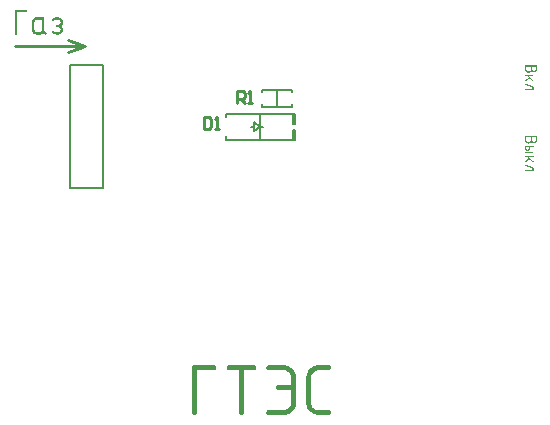
<source format=gto>
G04 Layer_Color=65535*
%FSLAX44Y44*%
%MOMM*%
G71*
G01*
G75*
%ADD20C,0.2540*%
%ADD21C,0.1500*%
%ADD22C,0.2000*%
G36*
X484163Y241980D02*
X484261Y241942D01*
X484339Y241883D01*
X484436Y241785D01*
X484495Y241668D01*
X484514Y241493D01*
Y238859D01*
Y238840D01*
Y238801D01*
Y238742D01*
X484495Y238664D01*
X484475Y238469D01*
X484417Y238216D01*
X484339Y237903D01*
X484202Y237591D01*
X484007Y237279D01*
X483754Y236987D01*
X483715Y236948D01*
X483617Y236870D01*
X483461Y236753D01*
X483227Y236597D01*
X482954Y236460D01*
X482642Y236343D01*
X482291Y236265D01*
X481881Y236226D01*
X481764D01*
X481666Y236245D01*
X481432Y236284D01*
X481159Y236343D01*
X480827Y236460D01*
X480476Y236635D01*
X480320Y236753D01*
X480145Y236870D01*
X479989Y237026D01*
X479833Y237201D01*
X479813Y237182D01*
X479794Y237143D01*
X479735Y237065D01*
X479657Y236967D01*
X479579Y236850D01*
X479462Y236733D01*
X479325Y236597D01*
X479169Y236440D01*
X478974Y236304D01*
X478779Y236167D01*
X478565Y236050D01*
X478311Y235933D01*
X478058Y235836D01*
X477765Y235758D01*
X477472Y235719D01*
X477141Y235699D01*
X477024D01*
X476926Y235719D01*
X476809D01*
X476673Y235738D01*
X476380Y235816D01*
X476029Y235933D01*
X475658Y236089D01*
X475268Y236323D01*
X475092Y236479D01*
X474917Y236635D01*
Y236655D01*
X474878Y236674D01*
X474839Y236733D01*
X474780Y236792D01*
X474624Y236987D01*
X474468Y237260D01*
X474293Y237572D01*
X474137Y237962D01*
X474039Y238391D01*
X474020Y238625D01*
X474000Y238859D01*
Y241493D01*
Y241512D01*
Y241571D01*
X474020Y241649D01*
X474058Y241746D01*
X474117Y241844D01*
X474215Y241922D01*
X474332Y241980D01*
X474507Y242000D01*
X484066D01*
X484163Y241980D01*
D02*
G37*
G36*
X79400Y342640D02*
X79791Y342562D01*
X80259Y342406D01*
X80766Y342211D01*
X81274Y341898D01*
X81742Y341469D01*
X81782Y341430D01*
X81938Y341235D01*
X82133Y341000D01*
X82367Y340649D01*
X82601Y340219D01*
X82797Y339712D01*
X82953Y339126D01*
X82992Y338502D01*
Y338463D01*
Y338385D01*
Y338307D01*
X82953Y338150D01*
X82914Y337721D01*
X82797Y337252D01*
X82640Y336745D01*
X82367Y336198D01*
X82016Y335730D01*
X81547Y335340D01*
X81625Y335300D01*
X81782Y335144D01*
X82016Y334910D01*
X82289Y334598D01*
X82523Y334168D01*
X82758Y333622D01*
X82914Y332958D01*
X82992Y332177D01*
Y332099D01*
Y331904D01*
X82914Y331553D01*
X82836Y331162D01*
X82680Y330694D01*
X82484Y330186D01*
X82172Y329679D01*
X81742Y329210D01*
X81704Y329171D01*
X81508Y329015D01*
X81274Y328820D01*
X80923Y328625D01*
X80493Y328390D01*
X79986Y328195D01*
X79400Y328039D01*
X78776Y328000D01*
X77526D01*
X77292Y328039D01*
X77019Y328078D01*
X76628Y328117D01*
X76199Y328234D01*
X75730Y328351D01*
X75223Y328507D01*
X75145Y328547D01*
X74950Y328625D01*
X74676Y328781D01*
X74403Y328937D01*
X74091Y329171D01*
X73817Y329445D01*
X73622Y329718D01*
X73583Y329874D01*
X73544Y330030D01*
Y330108D01*
X73583Y330264D01*
X73661Y330499D01*
X73778Y330772D01*
X73817Y330850D01*
X73934Y330967D01*
X74091Y331084D01*
X74325Y331162D01*
X74364D01*
X74403Y331123D01*
X74520Y331084D01*
X74676Y331045D01*
X74872Y330928D01*
X75184Y330811D01*
X75613Y330616D01*
X75652Y330577D01*
X75809Y330538D01*
X76043Y330460D01*
X76355Y330381D01*
X76667Y330264D01*
X77019Y330186D01*
X77370Y330147D01*
X77721Y330108D01*
X78932D01*
X79088Y330147D01*
X79283Y330186D01*
X79517Y330264D01*
X79752Y330342D01*
X80025Y330499D01*
X80259Y330694D01*
X80298Y330733D01*
X80376Y330811D01*
X80454Y330928D01*
X80571Y331123D01*
X80688Y331318D01*
X80806Y331592D01*
X80845Y331865D01*
X80884Y332177D01*
Y332216D01*
Y332333D01*
X80845Y332529D01*
X80806Y332724D01*
X80728Y332997D01*
X80649Y333231D01*
X80493Y333505D01*
X80298Y333739D01*
X80259Y333778D01*
X80220Y333817D01*
X80103Y333895D01*
X79986Y333973D01*
X79556Y334168D01*
X79049Y334285D01*
X77643D01*
X77448Y334324D01*
X77175Y334442D01*
X76941Y334598D01*
X76902Y334637D01*
X76824Y334793D01*
X76706Y335027D01*
X76667Y335340D01*
Y335378D01*
Y335418D01*
X76706Y335613D01*
X76785Y335847D01*
X76941Y336081D01*
X77019Y336120D01*
X77175Y336237D01*
X77526Y336354D01*
X77721Y336394D01*
X78815D01*
X79010Y336433D01*
X79244Y336472D01*
X79517Y336550D01*
X79791Y336628D01*
X80064Y336784D01*
X80298Y336979D01*
X80337Y337018D01*
X80376Y337096D01*
X80493Y337213D01*
X80610Y337409D01*
X80688Y337643D01*
X80806Y337877D01*
X80845Y338189D01*
X80884Y338502D01*
Y338541D01*
Y338658D01*
X80845Y338814D01*
X80806Y339009D01*
X80728Y339244D01*
X80610Y339478D01*
X80454Y339751D01*
X80259Y339985D01*
X80220Y340024D01*
X80142Y340102D01*
X80025Y340180D01*
X79869Y340298D01*
X79634Y340415D01*
X79400Y340532D01*
X79088Y340571D01*
X78776Y340610D01*
X77565D01*
X77370Y340571D01*
X77136Y340532D01*
X76824Y340493D01*
X76472Y340376D01*
X76043Y340258D01*
X75574Y340063D01*
X75535Y340024D01*
X75379Y339985D01*
X75184Y339907D01*
X74950Y339790D01*
X74715Y339673D01*
X74520Y339595D01*
X74364Y339556D01*
X74325Y339517D01*
X74286D01*
X74130Y339556D01*
X73974Y339673D01*
X73778Y339907D01*
X73739Y339985D01*
X73661Y340141D01*
X73583Y340376D01*
X73544Y340649D01*
Y340688D01*
X73583Y340805D01*
X73622Y340961D01*
X73778Y341156D01*
X73974Y341391D01*
X74286Y341625D01*
X74715Y341898D01*
X74950Y342015D01*
X75262Y342132D01*
X75340Y342172D01*
X75496Y342211D01*
X75769Y342328D01*
X76082Y342445D01*
X76472Y342523D01*
X76902Y342640D01*
X77331Y342679D01*
X77721Y342718D01*
X79088D01*
X79400Y342640D01*
D02*
G37*
G36*
X474683Y286219D02*
X480925Y284151D01*
X480945D01*
X480984Y284112D01*
X481062Y284073D01*
X481140Y284034D01*
X481218Y283956D01*
X481296Y283858D01*
X481335Y283761D01*
X481354Y283624D01*
Y281517D01*
Y281498D01*
Y281439D01*
X481335Y281342D01*
X481296Y281244D01*
X481218Y281166D01*
X481140Y281069D01*
X481003Y281010D01*
X480827Y280991D01*
X474429D01*
X474351Y281010D01*
X474254Y281049D01*
X474156Y281127D01*
X474078Y281205D01*
X474020Y281342D01*
X474000Y281517D01*
Y281537D01*
Y281595D01*
X474020Y281693D01*
X474058Y281771D01*
X474117Y281869D01*
X474215Y281966D01*
X474332Y282025D01*
X474507Y282044D01*
X480301D01*
Y283254D01*
X474351Y285224D01*
X474332D01*
X474293Y285243D01*
X474176Y285321D01*
X474117Y285399D01*
X474058Y285477D01*
X474020Y285575D01*
X474000Y285711D01*
Y285731D01*
Y285790D01*
X474020Y285887D01*
X474058Y285965D01*
X474137Y286063D01*
X474215Y286160D01*
X474351Y286219D01*
X474527Y286238D01*
X474585D01*
X474683Y286219D01*
D02*
G37*
G36*
Y217811D02*
X480925Y215743D01*
X480945D01*
X480984Y215704D01*
X481062Y215665D01*
X481140Y215626D01*
X481218Y215548D01*
X481296Y215451D01*
X481335Y215353D01*
X481354Y215217D01*
Y213110D01*
Y213090D01*
Y213032D01*
X481335Y212934D01*
X481296Y212837D01*
X481218Y212759D01*
X481140Y212661D01*
X481003Y212603D01*
X480827Y212583D01*
X474429D01*
X474351Y212603D01*
X474254Y212642D01*
X474156Y212720D01*
X474078Y212798D01*
X474020Y212934D01*
X474000Y213110D01*
Y213129D01*
Y213188D01*
X474020Y213285D01*
X474058Y213363D01*
X474117Y213461D01*
X474215Y213559D01*
X474332Y213617D01*
X474507Y213636D01*
X480301D01*
Y214846D01*
X474351Y216816D01*
X474332D01*
X474293Y216836D01*
X474176Y216914D01*
X474117Y216992D01*
X474058Y217070D01*
X474020Y217167D01*
X474000Y217304D01*
Y217323D01*
Y217382D01*
X474020Y217479D01*
X474058Y217558D01*
X474137Y217655D01*
X474215Y217752D01*
X474351Y217811D01*
X474527Y217831D01*
X474585D01*
X474683Y217811D01*
D02*
G37*
G36*
X481003Y225165D02*
X481101Y225126D01*
X481179Y225048D01*
X481276Y224970D01*
X481335Y224834D01*
X481354Y224658D01*
Y224639D01*
Y224580D01*
X481335Y224482D01*
X481296Y224385D01*
X481218Y224307D01*
X481140Y224209D01*
X481003Y224151D01*
X480827Y224131D01*
X477901D01*
X481198Y220835D01*
X481218Y220815D01*
X481276Y220737D01*
X481335Y220620D01*
X481354Y220464D01*
Y220445D01*
Y220386D01*
X481335Y220289D01*
X481296Y220191D01*
X481218Y220113D01*
X481140Y220015D01*
X481003Y219957D01*
X480827Y219937D01*
X480788D01*
X480710Y219957D01*
X480574Y219996D01*
X480457Y220093D01*
X478135Y222395D01*
X474819Y220035D01*
X474800Y220015D01*
X474722Y219976D01*
X474624Y219957D01*
X474507Y219937D01*
X474429D01*
X474351Y219957D01*
X474254Y219996D01*
X474156Y220074D01*
X474078Y220152D01*
X474020Y220289D01*
X474000Y220464D01*
Y220484D01*
Y220503D01*
X474020Y220620D01*
X474098Y220757D01*
X474137Y220835D01*
X474215Y220893D01*
X477375Y223156D01*
X476399Y224131D01*
X474429D01*
X474351Y224151D01*
X474254Y224190D01*
X474156Y224268D01*
X474078Y224346D01*
X474020Y224482D01*
X474000Y224658D01*
Y224678D01*
Y224736D01*
X474020Y224834D01*
X474058Y224912D01*
X474117Y225009D01*
X474215Y225107D01*
X474332Y225165D01*
X474507Y225185D01*
X480905D01*
X481003Y225165D01*
D02*
G37*
G36*
Y228326D02*
X481101Y228286D01*
X481179Y228208D01*
X481276Y228130D01*
X481335Y227994D01*
X481354Y227818D01*
Y227799D01*
Y227740D01*
X481335Y227643D01*
X481296Y227545D01*
X481218Y227467D01*
X481140Y227370D01*
X481003Y227311D01*
X480827Y227292D01*
X474429D01*
X474351Y227311D01*
X474254Y227350D01*
X474156Y227428D01*
X474078Y227506D01*
X474020Y227643D01*
X474000Y227818D01*
Y227838D01*
Y227896D01*
X474020Y227994D01*
X474058Y228072D01*
X474117Y228169D01*
X474215Y228267D01*
X474332Y228326D01*
X474507Y228345D01*
X480905D01*
X481003Y228326D01*
D02*
G37*
G36*
Y233573D02*
X481101Y233534D01*
X481179Y233456D01*
X481276Y233378D01*
X481335Y233241D01*
X481354Y233066D01*
Y233046D01*
Y232988D01*
X481335Y232890D01*
X481296Y232793D01*
X481218Y232715D01*
X481140Y232617D01*
X481003Y232558D01*
X480827Y232539D01*
X478214D01*
Y231486D01*
Y231466D01*
Y231447D01*
Y231330D01*
X478175Y231173D01*
X478135Y230978D01*
X478058Y230744D01*
X477960Y230491D01*
X477804Y230237D01*
X477589Y230003D01*
X477570Y229984D01*
X477472Y229905D01*
X477355Y229808D01*
X477180Y229691D01*
X476965Y229574D01*
X476712Y229476D01*
X476419Y229398D01*
X476107Y229379D01*
X475951D01*
X475795Y229418D01*
X475580Y229457D01*
X475346Y229535D01*
X475092Y229632D01*
X474839Y229788D01*
X474605Y230003D01*
X474585Y230023D01*
X474507Y230120D01*
X474410Y230237D01*
X474312Y230413D01*
X474195Y230627D01*
X474098Y230881D01*
X474020Y231173D01*
X474000Y231486D01*
Y233066D01*
Y233085D01*
Y233144D01*
X474020Y233241D01*
X474058Y233319D01*
X474117Y233417D01*
X474215Y233514D01*
X474332Y233573D01*
X474507Y233592D01*
X480905D01*
X481003Y233573D01*
D02*
G37*
G36*
Y293573D02*
X481101Y293534D01*
X481179Y293456D01*
X481276Y293378D01*
X481335Y293241D01*
X481354Y293066D01*
Y293046D01*
Y292988D01*
X481335Y292890D01*
X481296Y292793D01*
X481218Y292715D01*
X481140Y292617D01*
X481003Y292558D01*
X480827Y292539D01*
X477901D01*
X481198Y289242D01*
X481218Y289223D01*
X481276Y289145D01*
X481335Y289028D01*
X481354Y288872D01*
Y288852D01*
Y288794D01*
X481335Y288696D01*
X481296Y288599D01*
X481218Y288521D01*
X481140Y288423D01*
X481003Y288365D01*
X480827Y288345D01*
X480788D01*
X480710Y288365D01*
X480574Y288403D01*
X480457Y288501D01*
X478135Y290803D01*
X474819Y288442D01*
X474800Y288423D01*
X474722Y288384D01*
X474624Y288365D01*
X474507Y288345D01*
X474429D01*
X474351Y288365D01*
X474254Y288403D01*
X474156Y288482D01*
X474078Y288559D01*
X474020Y288696D01*
X474000Y288872D01*
Y288891D01*
Y288911D01*
X474020Y289028D01*
X474098Y289164D01*
X474137Y289242D01*
X474215Y289301D01*
X477375Y291564D01*
X476399Y292539D01*
X474429D01*
X474351Y292558D01*
X474254Y292598D01*
X474156Y292676D01*
X474078Y292754D01*
X474020Y292890D01*
X474000Y293066D01*
Y293085D01*
Y293144D01*
X474020Y293241D01*
X474058Y293319D01*
X474117Y293417D01*
X474215Y293514D01*
X474332Y293573D01*
X474507Y293592D01*
X480905D01*
X481003Y293573D01*
D02*
G37*
G36*
X245346Y48021D02*
X245736Y47864D01*
X246049Y47552D01*
X246439Y47239D01*
X246674Y46693D01*
X246752Y45990D01*
Y45912D01*
Y45677D01*
X246674Y45287D01*
X246517Y44974D01*
X246205Y44584D01*
X245892Y44193D01*
X245346Y43959D01*
X244643Y43881D01*
X236207D01*
Y8031D01*
Y7953D01*
Y7718D01*
X236129Y7406D01*
X235973Y7015D01*
X235661Y6625D01*
X235348Y6312D01*
X234802Y6078D01*
X234099Y6000D01*
X233786D01*
X233396Y6078D01*
X233083Y6234D01*
X232693Y6469D01*
X232302Y6859D01*
X232068Y7328D01*
X231990Y8031D01*
Y43881D01*
X223242D01*
X222852Y43959D01*
X222539Y44115D01*
X222148Y44428D01*
X221758Y44740D01*
X221524Y45287D01*
X221446Y45990D01*
Y46068D01*
Y46302D01*
X221524Y46693D01*
X221680Y47083D01*
X221992Y47396D01*
X222305Y47786D01*
X222852Y48021D01*
X223554Y48099D01*
X244955D01*
X245346Y48021D01*
D02*
G37*
G36*
X211604D02*
X211995Y47864D01*
X212307Y47552D01*
X212698Y47239D01*
X212932Y46693D01*
X213010Y45990D01*
Y45912D01*
Y45677D01*
X212932Y45287D01*
X212776Y44974D01*
X212463Y44584D01*
X212151Y44193D01*
X211604Y43959D01*
X210901Y43881D01*
X196218D01*
Y8031D01*
Y7953D01*
Y7718D01*
X196140Y7406D01*
X195983Y7015D01*
X195671Y6625D01*
X195359Y6312D01*
X194812Y6078D01*
X194109Y6000D01*
X193796D01*
X193406Y6078D01*
X193093Y6234D01*
X192703Y6469D01*
X192312Y6859D01*
X192078Y7328D01*
X192000Y8031D01*
Y45990D01*
Y46068D01*
Y46302D01*
X192078Y46693D01*
X192234Y47083D01*
X192469Y47396D01*
X192859Y47786D01*
X193328Y48021D01*
X194031Y48099D01*
X211214D01*
X211604Y48021D01*
D02*
G37*
G36*
X308376D02*
X308767Y47864D01*
X309079Y47552D01*
X309470Y47239D01*
X309704Y46693D01*
X309782Y45990D01*
Y45912D01*
Y45677D01*
X309704Y45287D01*
X309548Y44974D01*
X309236Y44584D01*
X308923Y44193D01*
X308376Y43959D01*
X307673Y43881D01*
X299082D01*
X298613Y43803D01*
X297988Y43725D01*
X297207Y43490D01*
X296348Y43100D01*
X295489Y42553D01*
X294630Y41772D01*
X293849Y40757D01*
Y40679D01*
X293693Y40522D01*
X293615Y40210D01*
X293458Y39820D01*
X293302Y39351D01*
X293146Y38804D01*
X293068Y38179D01*
X292990Y37554D01*
Y16466D01*
Y16388D01*
Y16076D01*
X293068Y15529D01*
X293224Y14982D01*
X293458Y14279D01*
X293771Y13498D01*
X294161Y12717D01*
X294786Y12014D01*
X294864Y11936D01*
X295099Y11702D01*
X295489Y11467D01*
X296036Y11155D01*
X296661Y10764D01*
X297442Y10530D01*
X298301Y10296D01*
X299238Y10218D01*
X307986D01*
X308376Y10140D01*
X308767Y9983D01*
X309079Y9671D01*
X309470Y9359D01*
X309704Y8812D01*
X309782Y8109D01*
Y8031D01*
Y7796D01*
X309704Y7406D01*
X309548Y7093D01*
X309236Y6703D01*
X308923Y6312D01*
X308376Y6078D01*
X307673Y6000D01*
X298848D01*
X298535Y6078D01*
X297676Y6156D01*
X296661Y6391D01*
X295489Y6781D01*
X294239Y7250D01*
X292990Y8031D01*
X291818Y9046D01*
X291662Y9202D01*
X291350Y9593D01*
X290881Y10218D01*
X290334Y11155D01*
X289709Y12170D01*
X289241Y13498D01*
X288928Y14904D01*
X288772Y16466D01*
Y37554D01*
Y37633D01*
Y37789D01*
Y37945D01*
X288850Y38257D01*
X288928Y39116D01*
X289163Y40132D01*
X289553Y41303D01*
X290022Y42553D01*
X290803Y43803D01*
X291818Y44974D01*
X291974Y45131D01*
X292365Y45443D01*
X292990Y45990D01*
X293927Y46536D01*
X294942Y47083D01*
X296270Y47630D01*
X297676Y47942D01*
X299238Y48099D01*
X307986D01*
X308376Y48021D01*
D02*
G37*
G36*
X270574D02*
X271355Y47942D01*
X272370Y47708D01*
X273620Y47396D01*
X274869Y46849D01*
X276119Y46068D01*
X277291Y45052D01*
X277447Y44896D01*
X277759Y44506D01*
X278228Y43881D01*
X278853Y42944D01*
X279400Y41850D01*
X279868Y40601D01*
X280180Y39195D01*
X280337Y37554D01*
Y16466D01*
Y16388D01*
Y16310D01*
Y16076D01*
X280259Y15763D01*
X280180Y14904D01*
X279946Y13889D01*
X279556Y12717D01*
X279009Y11467D01*
X278228Y10218D01*
X277213Y9046D01*
X277056Y8890D01*
X276666Y8577D01*
X276041Y8109D01*
X275182Y7562D01*
X274088Y6937D01*
X272839Y6469D01*
X271355Y6156D01*
X269793Y6000D01*
X256827D01*
X256515Y6078D01*
X256124Y6234D01*
X255734Y6547D01*
X255421Y6859D01*
X255187Y7406D01*
X255109Y8109D01*
Y8187D01*
Y8421D01*
X255187Y8812D01*
X255343Y9202D01*
X255578Y9515D01*
X255968Y9905D01*
X256437Y10140D01*
X257140Y10218D01*
X270261D01*
X270730Y10296D01*
X271355Y10452D01*
X272058Y10686D01*
X272761Y10999D01*
X273542Y11389D01*
X274245Y12014D01*
X274323Y12092D01*
X274557Y12327D01*
X274869Y12717D01*
X275182Y13264D01*
X275494Y13889D01*
X275807Y14670D01*
X276041Y15529D01*
X276119Y16466D01*
Y27010D01*
X265263D01*
X264872Y27088D01*
X264559Y27245D01*
X264169Y27557D01*
X263778Y27869D01*
X263544Y28416D01*
X263466Y29119D01*
Y29197D01*
Y29432D01*
X263544Y29822D01*
X263700Y30213D01*
X264013Y30525D01*
X264325Y30916D01*
X264872Y31150D01*
X265575Y31228D01*
X276119D01*
Y37554D01*
Y37633D01*
Y38023D01*
X276041Y38492D01*
X275885Y39116D01*
X275651Y39741D01*
X275338Y40522D01*
X274869Y41303D01*
X274245Y42006D01*
X274167Y42084D01*
X273932Y42319D01*
X273542Y42631D01*
X272995Y42944D01*
X272370Y43256D01*
X271589Y43569D01*
X270730Y43803D01*
X269793Y43881D01*
X256827D01*
X256515Y43959D01*
X256124Y44115D01*
X255734Y44428D01*
X255421Y44740D01*
X255187Y45287D01*
X255109Y45990D01*
Y46068D01*
Y46302D01*
X255187Y46693D01*
X255343Y47083D01*
X255578Y47396D01*
X255968Y47786D01*
X256437Y48021D01*
X257140Y48099D01*
X270261D01*
X270574Y48021D01*
D02*
G37*
G36*
X484163Y301980D02*
X484261Y301942D01*
X484339Y301883D01*
X484436Y301785D01*
X484495Y301668D01*
X484514Y301493D01*
Y298859D01*
Y298840D01*
Y298801D01*
Y298742D01*
X484495Y298664D01*
X484475Y298469D01*
X484417Y298216D01*
X484339Y297903D01*
X484202Y297591D01*
X484007Y297279D01*
X483754Y296987D01*
X483715Y296948D01*
X483617Y296870D01*
X483461Y296753D01*
X483227Y296597D01*
X482954Y296460D01*
X482642Y296343D01*
X482291Y296265D01*
X481881Y296226D01*
X481764D01*
X481666Y296245D01*
X481432Y296284D01*
X481159Y296343D01*
X480827Y296460D01*
X480476Y296635D01*
X480320Y296753D01*
X480145Y296870D01*
X479989Y297026D01*
X479833Y297201D01*
X479813Y297182D01*
X479794Y297143D01*
X479735Y297065D01*
X479657Y296967D01*
X479579Y296850D01*
X479462Y296733D01*
X479325Y296597D01*
X479169Y296441D01*
X478974Y296304D01*
X478779Y296167D01*
X478565Y296050D01*
X478311Y295933D01*
X478058Y295836D01*
X477765Y295758D01*
X477472Y295719D01*
X477141Y295699D01*
X477024D01*
X476926Y295719D01*
X476809D01*
X476673Y295738D01*
X476380Y295816D01*
X476029Y295933D01*
X475658Y296089D01*
X475268Y296323D01*
X475092Y296479D01*
X474917Y296635D01*
Y296655D01*
X474878Y296674D01*
X474839Y296733D01*
X474780Y296792D01*
X474624Y296987D01*
X474468Y297260D01*
X474293Y297572D01*
X474137Y297962D01*
X474039Y298391D01*
X474020Y298625D01*
X474000Y298859D01*
Y301493D01*
Y301512D01*
Y301571D01*
X474020Y301649D01*
X474058Y301746D01*
X474117Y301844D01*
X474215Y301922D01*
X474332Y301980D01*
X474507Y302000D01*
X484066D01*
X484163Y301980D01*
D02*
G37*
G36*
X66517Y342679D02*
X66712Y342601D01*
X66868Y342445D01*
X67063Y342289D01*
X67181Y342015D01*
X67220Y341664D01*
Y331123D01*
Y331084D01*
Y330967D01*
X67259Y330772D01*
X67337Y330616D01*
X67493Y330420D01*
X67649Y330225D01*
X67922Y330108D01*
X68274Y330069D01*
X68430D01*
X68625Y330030D01*
X68820Y329952D01*
X68976Y329796D01*
X69172Y329640D01*
X69289Y329366D01*
X69328Y329015D01*
Y328976D01*
Y328859D01*
X69289Y328703D01*
X69211Y328507D01*
X69055Y328312D01*
X68898Y328156D01*
X68625Y328039D01*
X68274Y328000D01*
X68039D01*
X67766Y328078D01*
X67415Y328156D01*
X67024Y328273D01*
X66634Y328469D01*
X66244Y328742D01*
X65853Y329093D01*
X65814Y329054D01*
X65658Y328937D01*
X65385Y328742D01*
X65072Y328547D01*
X64643Y328351D01*
X64175Y328156D01*
X63628Y328039D01*
X63003Y328000D01*
X60817D01*
X60622Y328039D01*
X60271Y328078D01*
X59880Y328156D01*
X59412Y328312D01*
X58904Y328507D01*
X58397Y328820D01*
X57928Y329210D01*
X57889Y329249D01*
X57733Y329445D01*
X57538Y329679D01*
X57343Y330030D01*
X57108Y330460D01*
X56913Y330967D01*
X56757Y331553D01*
X56718Y332177D01*
Y338502D01*
Y338541D01*
Y338580D01*
X56757Y338814D01*
X56796Y339126D01*
X56874Y339517D01*
X57030Y339985D01*
X57225Y340493D01*
X57538Y341000D01*
X57928Y341469D01*
X57967Y341508D01*
X58162Y341664D01*
X58397Y341859D01*
X58748Y342093D01*
X59177Y342328D01*
X59685Y342523D01*
X60271Y342679D01*
X60895Y342718D01*
X66322D01*
X66517Y342679D01*
D02*
G37*
G36*
X51799Y349003D02*
X51994Y348925D01*
X52150Y348769D01*
X52345Y348613D01*
X52463Y348340D01*
X52502Y347988D01*
Y347949D01*
Y347832D01*
X52463Y347637D01*
X52385Y347481D01*
X52228Y347286D01*
X52072Y347090D01*
X51799Y346973D01*
X51448Y346934D01*
X44108D01*
Y329015D01*
Y328976D01*
Y328859D01*
X44069Y328703D01*
X43991Y328507D01*
X43835Y328312D01*
X43679Y328156D01*
X43405Y328039D01*
X43054Y328000D01*
X42898D01*
X42703Y328039D01*
X42547Y328117D01*
X42351Y328234D01*
X42156Y328429D01*
X42039Y328664D01*
X42000Y329015D01*
Y347988D01*
Y348027D01*
Y348144D01*
X42039Y348340D01*
X42117Y348535D01*
X42234Y348691D01*
X42429Y348886D01*
X42664Y349003D01*
X43015Y349043D01*
X51604D01*
X51799Y349003D01*
D02*
G37*
%LPC*%
G36*
X483461Y240947D02*
X480301D01*
Y238859D01*
Y238840D01*
Y238742D01*
X480320Y238625D01*
X480359Y238469D01*
X480418Y238313D01*
X480496Y238118D01*
X480593Y237923D01*
X480750Y237747D01*
X480769Y237728D01*
X480827Y237669D01*
X480925Y237591D01*
X481062Y237513D01*
X481237Y237435D01*
X481432Y237357D01*
X481647Y237299D01*
X481881Y237279D01*
X481998D01*
X482115Y237299D01*
X482271Y237338D01*
X482427Y237396D01*
X482622Y237474D01*
X482817Y237591D01*
X482993Y237747D01*
X483012Y237767D01*
X483071Y237826D01*
X483149Y237923D01*
X483227Y238060D01*
X483305Y238216D01*
X483383Y238411D01*
X483442Y238625D01*
X483461Y238859D01*
Y240947D01*
D02*
G37*
G36*
X479247D02*
X475053D01*
Y238859D01*
Y238840D01*
Y238820D01*
X475073Y238703D01*
X475092Y238547D01*
X475131Y238352D01*
X475209Y238118D01*
X475307Y237864D01*
X475463Y237611D01*
X475658Y237377D01*
X475678Y237357D01*
X475775Y237279D01*
X475892Y237182D01*
X476068Y237065D01*
X476282Y236948D01*
X476536Y236850D01*
X476828Y236772D01*
X477141Y236753D01*
X477297D01*
X477453Y236792D01*
X477648Y236831D01*
X477882Y236909D01*
X478135Y237006D01*
X478389Y237162D01*
X478623Y237377D01*
X478643Y237396D01*
X478721Y237494D01*
X478818Y237611D01*
X478935Y237786D01*
X479052Y238001D01*
X479150Y238255D01*
X479228Y238547D01*
X479247Y238859D01*
Y240947D01*
D02*
G37*
G36*
X477160Y232539D02*
X475053D01*
Y231486D01*
Y231466D01*
Y231408D01*
X475073Y231330D01*
X475092Y231232D01*
X475131Y231115D01*
X475170Y230998D01*
X475248Y230861D01*
X475346Y230744D01*
X475365Y230725D01*
X475405Y230686D01*
X475463Y230647D01*
X475561Y230588D01*
X475678Y230530D01*
X475795Y230471D01*
X475951Y230452D01*
X476107Y230432D01*
X476185D01*
X476263Y230452D01*
X476360Y230471D01*
X476477Y230510D01*
X476594Y230569D01*
X476731Y230647D01*
X476848Y230744D01*
X476868Y230764D01*
X476907Y230803D01*
X476946Y230861D01*
X477004Y230959D01*
X477063Y231056D01*
X477121Y231193D01*
X477141Y231330D01*
X477160Y231486D01*
Y232539D01*
D02*
G37*
G36*
X479247Y300947D02*
X475053D01*
Y298859D01*
Y298840D01*
Y298820D01*
X475073Y298703D01*
X475092Y298547D01*
X475131Y298352D01*
X475209Y298118D01*
X475307Y297864D01*
X475463Y297611D01*
X475658Y297377D01*
X475678Y297357D01*
X475775Y297279D01*
X475892Y297182D01*
X476068Y297065D01*
X476282Y296948D01*
X476536Y296850D01*
X476828Y296772D01*
X477141Y296753D01*
X477297D01*
X477453Y296792D01*
X477648Y296831D01*
X477882Y296909D01*
X478135Y297006D01*
X478389Y297162D01*
X478623Y297377D01*
X478643Y297396D01*
X478721Y297494D01*
X478818Y297611D01*
X478935Y297787D01*
X479052Y298001D01*
X479150Y298255D01*
X479228Y298547D01*
X479247Y298859D01*
Y300947D01*
D02*
G37*
G36*
X483461D02*
X480301D01*
Y298859D01*
Y298840D01*
Y298742D01*
X480320Y298625D01*
X480359Y298469D01*
X480418Y298313D01*
X480496Y298118D01*
X480593Y297923D01*
X480750Y297747D01*
X480769Y297728D01*
X480827Y297669D01*
X480925Y297591D01*
X481062Y297513D01*
X481237Y297435D01*
X481432Y297357D01*
X481647Y297299D01*
X481881Y297279D01*
X481998D01*
X482115Y297299D01*
X482271Y297338D01*
X482427Y297396D01*
X482622Y297474D01*
X482817Y297591D01*
X482993Y297747D01*
X483012Y297767D01*
X483071Y297826D01*
X483149Y297923D01*
X483227Y298060D01*
X483305Y298216D01*
X483383Y298411D01*
X483442Y298625D01*
X483461Y298859D01*
Y300947D01*
D02*
G37*
G36*
X65112Y340610D02*
X60739D01*
X60583Y340571D01*
X60388Y340532D01*
X60153Y340454D01*
X59919Y340337D01*
X59646Y340180D01*
X59412Y339985D01*
X59373Y339946D01*
X59334Y339868D01*
X59216Y339751D01*
X59138Y339556D01*
X59021Y339361D01*
X58904Y339087D01*
X58865Y338814D01*
X58826Y338502D01*
Y332177D01*
Y332138D01*
Y332021D01*
X58865Y331865D01*
X58904Y331670D01*
X58982Y331436D01*
X59060Y331201D01*
X59216Y330928D01*
X59412Y330694D01*
X59451Y330655D01*
X59529Y330616D01*
X59646Y330499D01*
X59841Y330420D01*
X60036Y330303D01*
X60310Y330186D01*
X60583Y330147D01*
X60895Y330108D01*
X63160D01*
X63316Y330147D01*
X63511Y330186D01*
X63745Y330264D01*
X63979Y330342D01*
X64253Y330499D01*
X64487Y330694D01*
X64526Y330733D01*
X64604Y330811D01*
X64682Y330928D01*
X64799Y331123D01*
X64916Y331318D01*
X65033Y331592D01*
X65072Y331865D01*
X65112Y332177D01*
Y340610D01*
D02*
G37*
%LPD*%
D20*
X42000Y318645D02*
X102000D01*
X87000Y313645D02*
X102000Y318645D01*
X87000Y323645D02*
X102000Y318645D01*
X230000Y270000D02*
Y279997D01*
X234998D01*
X236665Y278331D01*
Y274998D01*
X234998Y273332D01*
X230000D01*
X233332D02*
X236665Y270000D01*
X239997D02*
X243329D01*
X241663D01*
Y279997D01*
X239997Y278331D01*
X202000Y257997D02*
Y248000D01*
X206998D01*
X208664Y249666D01*
Y256331D01*
X206998Y257997D01*
X202000D01*
X211997Y248000D02*
X215329D01*
X213663D01*
Y257997D01*
X211997Y256331D01*
D21*
X264000Y267000D02*
Y281000D01*
X251300Y279080D02*
Y281000D01*
X276700D01*
Y279080D02*
Y281000D01*
Y267000D02*
Y268920D01*
X251300Y267000D02*
X276700D01*
X251300D02*
Y268920D01*
X277940Y252540D02*
X279210D01*
Y261000D01*
X277940D02*
X279210D01*
X277940Y247460D02*
X279210D01*
Y239000D02*
Y247460D01*
X277940Y239000D02*
X279210D01*
X244920Y246190D02*
Y253810D01*
X242380Y250000D02*
X244920D01*
X250000D02*
X252540D01*
X244920Y246190D02*
X250000Y250000D01*
X244920Y253810D02*
X250000Y250000D01*
Y239000D02*
Y261000D01*
X220790Y239000D02*
Y242000D01*
Y239000D02*
X277940D01*
Y247460D01*
Y252540D02*
Y261000D01*
X220790D02*
X277940D01*
X220790Y258000D02*
Y261000D01*
D22*
X89000Y198000D02*
X117000D01*
X89000Y302300D02*
X117000D01*
X89000Y198000D02*
Y302300D01*
X117000Y198000D02*
Y302300D01*
M02*

</source>
